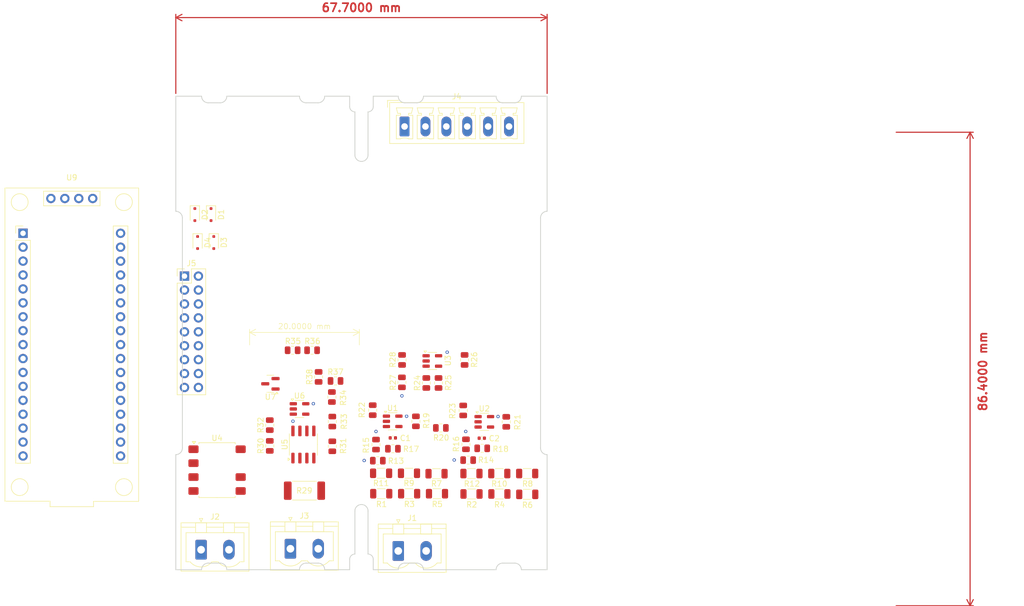
<source format=kicad_pcb>
(kicad_pcb (version 20240108) (generator "pcbnew") (generator_version "8.0")
  (layers (0 "F.Cu" signal) (31 "B.Cu" signal) (34 "B.Paste" user) (35 "F.Paste" user) (36 "B.SilkS" user "B.Silkscreen") (37 "F.SilkS" user "F.Silkscreen") (38 "B.Mask" user) (39 "F.Mask" user) (44 "Edge.Cuts" user))
  (net 0 "")
  (net 1 "Net-(U1-+)")
  (net 2 "Earth")
  (net 3 "Net-(U2-+)")
  (net 4 "Net-(D1-K)")
  (net 5 "Net-(D2-K)")
  (net 6 "/V0_sense")
  (net 7 "/V1_sense")
  (net 8 "/V0_p")
  (net 9 "/V0_n")
  (net 10 "/K_o")
  (net 11 "/K_i")
  (net 12 "/I_n")
  (net 13 "/I_p")
  (net 14 "/A2")
  (net 15 "/DGND")
  (net 16 "/A0")
  (net 17 "/A1")
  (net 18 "/D0")
  (net 19 "/3V3")
  (net 20 "/K1_on")
  (net 21 "/V3_sense")
  (net 22 "/24V")
  (net 23 "/K1_status")
  (net 24 "/K2_status")
  (net 25 "/K0_on")
  (net 26 "/I0_sense")
  (net 27 "/V2_sense")
  (net 28 "/K2_on")
  (net 29 "/CAN_hi")
  (net 30 "/V4_sense")
  (net 31 "/CAN_lo")
  (net 32 "/K0_status")
  (net 33 "Net-(R1-Pad2)")
  (net 34 "Net-(R2-Pad2)")
  (net 35 "Net-(R3-Pad2)")
  (net 36 "Net-(R4-Pad2)")
  (net 37 "Net-(R5-Pad2)")
  (net 38 "Net-(R6-Pad2)")
  (net 39 "Net-(R7-Pad2)")
  (net 40 "Net-(R10-Pad1)")
  (net 41 "Net-(R11-Pad1)")
  (net 42 "Net-(R10-Pad2)")
  (net 43 "/3V0_REF")
  (net 44 "Net-(R19-Pad1)")
  (net 45 "Net-(U1--)")
  (net 46 "Net-(R20-Pad2)")
  (net 47 "Net-(U2--)")
  (net 48 "Net-(U3-+)")
  (net 49 "Net-(U3--)")
  (net 50 "Net-(R26-Pad2)")
  (net 51 "/1V5_REF")
  (net 52 "Net-(U6-+)")
  (net 53 "Net-(U6--)")
  (net 54 "Net-(R33-Pad2)")
  (net 57 "/A5")
  (footprint "Resistor_SMD:R_1206_3216Metric" (layer "F.Cu") (at 182.0125 120.3 180)
    (property "Reference" "R8" (at -0.075 -1.875 360) (layer "F.SilkS"))
    (property "Value" "680K")
    (pad "1" smd roundrect (at -1.4625 0 180) (size 1.125 1.75) (layers "F.Cu" "F.Paste" "F.Mask") (roundrect_rratio 0.222222) (net 38 "Net-(R6-Pad2)"))
    (pad "2" smd roundrect (at 1.4625 0 180) (size 1.125 1.75) (layers "F.Cu" "F.Paste" "F.Mask") (roundrect_rratio 0.222222) (net 40 "Net-(R10-Pad1)"))
  )
  (footprint "Resistor_SMD:R_1206_3216Metric" (layer "F.Cu") (at 160.4875 123.975)
    (property "Reference" "R3" (at 0.05 1.925 360) (layer "F.SilkS"))
    (property "Value" "680K")
    (pad "1" smd roundrect (at -1.4625 0) (size 1.125 1.75) (layers "F.Cu" "F.Paste" "F.Mask") (roundrect_rratio 0.222222) (net 33 "Net-(R1-Pad2)"))
    (pad "2" smd roundrect (at 1.4625 0) (size 1.125 1.75) (layers "F.Cu" "F.Paste" "F.Mask") (roundrect_rratio 0.222222) (net 35 "Net-(R3-Pad2)"))
  )
  (footprint "Resistor_SMD:R_0805_2012Metric" (layer "F.Cu") (at 135.085 115.2525 90)
    (property "Reference" "R30" (at 0 -1.65 90) (layer "F.SilkS"))
    (property "Value" "1KR")
    (pad "1" smd roundrect (at -0.9125 0 90) (size 1.025 1.4) (layers "F.Cu" "F.Paste" "F.Mask") (roundrect_rratio 0.243902) (net 13 "/I_p"))
    (pad "2" smd roundrect (at 0.9125 0 90) (size 1.025 1.4) (layers "F.Cu" "F.Paste" "F.Mask") (roundrect_rratio 0.243902) (net 52 "Net-(U6-+)"))
  )
  (footprint "Resistor_SMD:R_0805_2012Metric" (layer "F.Cu") (at 159.175 103.6625 -90)
    (property "Reference" "R27" (at 0.0375 1.625 90) (layer "F.SilkS"))
    (property "Value" "1K_dnp")
    (pad "1" smd roundrect (at -0.9125 0 270) (size 1.025 1.4) (layers "F.Cu" "F.Paste" "F.Mask") (roundrect_rratio 0.243902) (net 48 "Net-(U3-+)"))
    (pad "2" smd roundrect (at 0.9125 0 270) (size 1.025 1.4) (layers "F.Cu" "F.Paste" "F.Mask") (roundrect_rratio 0.243902) (net 51 "/1V5_REF"))
  )
  (footprint "STM-32:YAAJ_BlackPill_SWD_2" (layer "F.Cu") (at 90.1 76.46)
    (property "Reference" "U9" (at 8.89 -10.16 0) (layer "F.SilkS"))
    (property "Value" "YAAJ_BlackPill" (hide yes))
    (pad "1" thru_hole rect (at 0 0) (size 1.7 1.7) (drill 1) (layers "*.Cu" "*.Mask"))
    (pad "2" thru_hole circle (at 0 2.54) (size 1.7 1.7) (drill 1) (layers "*.Cu" "*.Mask"))
    (pad "3" thru_hole circle (at 0 5.08) (size 1.7 1.7) (drill 1) (layers "*.Cu" "*.Mask"))
    (pad "4" thru_hole circle (at 0 7.62) (size 1.7 1.7) (drill 1) (layers "*.Cu" "*.Mask"))
    (pad "5" thru_hole circle (at 0 10.16) (size 1.7 1.7) (drill 1) (layers "*.Cu" "*.Mask"))
    (pad "6" thru_hole circle (at 0 12.7) (size 1.7 1.7) (drill 1) (layers "*.Cu" "*.Mask"))
    (pad "7" thru_hole circle (at 0 15.24) (size 1.7 1.7) (drill 1) (layers "*.Cu" "*.Mask"))
    (pad "8" thru_hole circle (at 0 17.78) (size 1.7 1.7) (drill 1) (layers "*.Cu" "*.Mask"))
    (pad "9" thru_hole circle (at 0 20.32) (size 1.7 1.7) (drill 1) (layers "*.Cu" "*.Mask"))
    (pad "10" thru_hole circle (at 0 22.86) (size 1.7 1.7) (drill 1) (layers "*.Cu" "*.Mask"))
    (pad "11" thru_hole circle (at 0 25.4) (size 1.7 1.7) (drill 1) (layers "*.Cu" "*.Mask"))
    (pad "12" thru_hole circle (at 0 27.94) (size 1.7 1.7) (drill 1) (layers "*.Cu" "*.Mask"))
    (pad "13" thru_hole circle (at 0 30.48) (size 1.7 1.7) (drill 1) (layers "*.Cu" "*.Mask"))
    (pad "14" thru_hole circle (at 0 33.02) (size 1.7 1.7) (drill 1) (layers "*.Cu" "*.Mask"))
    (pad "15" thru_hole circle (at 0 35.56) (size 1.7 1.7) (drill 1) (layers "*.Cu" "*.Mask"))
    (pad "16" thru_hole circle (at 0 38.1) (size 1.7 1.7) (drill 1) (layers "*.Cu" "*.Mask") (net 19 "/3V3"))
    (pad "17" thru_hole circle (at 0 40.64) (size 1.7 1.7) (drill 1) (layers "*.Cu" "*.Mask") (net 2 "Earth"))
    (pad "18" thru_hole circle (at 17.78 40.64) (size 1.7 1.7) (drill 1) (layers "*.Cu" "*.Mask") (net 2 "Earth"))
    (pad "19" thru_hole circle (at 17.78 38.1) (size 1.7 1.7) (drill 1) (layers "*.Cu" "*.Mask"))
    (pad "20" thru_hole circle (at 17.78 35.56) (size 1.7 1.7) (drill 1) (layers "*.Cu" "*.Mask"))
    (pad "21" thru_hole circle (at 17.78 33.02) (size 1.7 1.7) (drill 1) (layers "*.Cu" "*.Mask"))
    (pad "22" thru_hole circle (at 17.78 30.48) (size 1.7 1.7) (drill 1) (layers "*.Cu" "*.Mask"))
    (pad "23" thru_hole circle (at 17.78 27.94) (size 1.7 1.7) (drill 1) (layers "*.Cu" "*.Mask"))
    (pad "24" thru_hole circle (at 17.78 25.4) (size 1.7 1.7) (drill 1) (layers "*.Cu" "*.Mask"))
    (pad "25" thru_hole circle (at 17.78 22.86) (size 1.7 1.7) (drill 1) (layers "*.Cu" "*.Mask"))
    (pad "26" thru_hole circle (at 17.78 20.32) (size 1.7 1.7) (drill 1) (layers "*.Cu" "*.Mask"))
    (pad "27" thru_hole circle (at 17.78 17.78) (size 1.7 1.7) (drill 1) (layers "*.Cu" "*.Mask"))
    (pad "28" thru_hole circle (at 17.78 15.24) (size 1.7 1.7) (drill 1) (layers "*.Cu" "*.Mask"))
    (pad "29" thru_hole circle (at 17.78 12.7) (size 1.7 1.7) (drill 1) (layers "*.Cu" "*.Mask"))
    (pad "30" thru_hole circle (at 17.78 10.16) (size 1.7 1.7) (drill 1) (layers "*.Cu" "*.Mask"))
    (pad "31" thru_hole circle (at 17.78 7.62) (size 1.7 1.7) (drill 1) (layers "*.Cu" "*.Mask"))
    (pad "32" thru_hole circle (at 17.78 5.08) (size 1.7 1.7) (drill 1) (layers "*.Cu" "*.Mask"))
    (pad "33" thru_hole circle (at 17.78 2.54) (size 1.7 1.7) (drill 1) (layers "*.Cu" "*.Mask"))
    (pad "34" thru_hole circle (at 17.78 0) (size 1.7 1.7) (drill 1) (layers "*.Cu" "*.Mask"))
    (pad "35" thru_hole circle (at 12.7 -6.35) (size 1.7 1.7) (drill 1) (layers "*.Cu" "*.Mask"))
    (pad "36" thru_hole circle (at 10.16 -6.35) (size 1.7 1.7) (drill 1) (layers "*.Cu" "*.Mask"))
    (pad "37" thru_hole circle (at 7.62 -6.35) (size 1.7 1.7) (drill 1) (layers "*.Cu" "*.Mask"))
    (pad "38" thru_hole circle (at 5.08 -6.35) (size 1.7 1.7) (drill 1) (layers "*.Cu" "*.Mask"))
  )
  (footprint "Resistor_SMD:R_0805_2012Metric" (layer "F.Cu") (at 154.45 115.0125 90)
    (property "Reference" "R15" (at -0.1375 -1.8 90) (layer "F.SilkS"))
    (property "Value" "20K")
    (pad "1" smd roundrect (at -0.9125 0 90) (size 1.025 1.4) (layers "F.Cu" "F.Paste" "F.Mask") (roundrect_rratio 0.243902) (net 1 "Net-(U1-+)"))
    (pad "2" smd roundrect (at 0.9125 0 90) (size 1.025 1.4) (layers "F.Cu" "F.Paste" "F.Mask") (roundrect_rratio 0.243902) (net 43 "/3V0_REF"))
  )
  (footprint "Resistor_SMD:R_0805_2012Metric" (layer "F.Cu") (at 153.85 108.7375 90)
    (property "Reference" "R22" (at 0.0375 -1.9625 90) (layer "F.SilkS"))
    (property "Value" "33R2")
    (pad "1" smd roundrect (at -0.9125 0 90) (size 1.025 1.4) (layers "F.Cu" "F.Paste" "F.Mask") (roundrect_rratio 0.243902) (net 44 "Net-(R19-Pad1)"))
    (pad "2" smd roundrect (at 0.9125 0 90) (size 1.025 1.4) (layers "F.Cu" "F.Paste" "F.Mask") (roundrect_rratio 0.243902) (net 16 "/A0"))
  )
  (footprint "Diode_SMD:D_SOD-323F" (layer "F.Cu") (at 124.875 78.15 -90)
    (property "Reference" "D3" (at 0 -1.85 90) (layer "F.SilkS"))
    (property "Value" "PDZ36B")
    (pad "1" smd roundrect (at -1.1 0 270) (size 0.5 0.5) (layers "F.Cu" "F.Paste" "F.Mask") (net 4 "Net-(D1-K)"))
    (pad "2" smd roundrect (at 1.1 0 270) (size 0.5 0.5) (layers "F.Cu" "F.Paste" "F.Mask") (net 6 "/V0_sense"))
  )
  (footprint "Capacitor_SMD:C_0402_1005Metric" (layer "F.Cu") (at 157.52 113.8)
    (property "Reference" "C1" (at 2.28 0.05 360) (layer "F.SilkS"))
    (property "Value" "1nF")
    (pad "1" smd roundrect (at -0.48 0) (size 0.56 0.62) (layers "F.Cu" "F.Paste" "F.Mask") (net 1 "Net-(U1-+)"))
    (pad "2" smd roundrect (at 0.48 0) (size 0.56 0.62) (layers "F.Cu" "F.Paste" "F.Mask") (net 2 "Earth"))
  )
  (footprint "Resistor_SMD:R_0805_2012Metric" (layer "F.Cu") (at 143.985 102.665 90)
    (property "Reference" "R38" (at 0 -1.65 90) (layer "F.SilkS"))
    (property "Value" "0K_dnp")
    (pad "1" smd roundrect (at -0.9125 0 90) (size 1.025 1.4) (layers "F.Cu" "F.Paste" "F.Mask") (roundrect_rratio 0.243902) (net 14 "/A2"))
    (pad "2" smd roundrect (at 0.9125 0 90) (size 1.025 1.4) (layers "F.Cu" "F.Paste" "F.Mask") (roundrect_rratio 0.243902) (net 26 "/I0_sense"))
  )
  (footprint "Resistor_SMD:R_0805_2012Metric" (layer "F.Cu") (at 170.85 114.9625 90)
    (property "Reference" "R16" (at 0.0375 -1.775 90) (layer "F.SilkS"))
    (property "Value" "20K")
    (pad "1" smd roundrect (at -0.9125 0 90) (size 1.025 1.4) (layers "F.Cu" "F.Paste" "F.Mask") (roundrect_rratio 0.243902) (net 3 "Net-(U2-+)"))
    (pad "2" smd roundrect (at 0.9125 0 90) (size 1.025 1.4) (layers "F.Cu" "F.Paste" "F.Mask") (roundrect_rratio 0.243902) (net 43 "/3V0_REF"))
  )
  (footprint "Connector_Phoenix_MSTB:PhoenixContact_MSTBVA_2,5_2-G-5,08_1x02_P5.08mm_Vertical" (layer "F.Cu") (at 122.56 134.1975)
    (property "Reference" "J2" (at 2.54 -6 0) (layer "F.SilkS"))
    (property "Value" "~")
    (pad "1" thru_hole roundrect (at 0 0) (size 2.08 3.6) (drill 1.4) (layers "*.Cu" "*.Mask") (roundrect_rratio 0.120192) (net 11 "/K_i"))
    (pad "2" thru_hole oval (at 5.08 0) (size 2.08 3.6) (drill 1.4) (layers "*.Cu" "*.Mask") (net 10 "/K_o"))
  )
  (footprint "Resistor_SMD:R_0805_2012Metric" (layer "F.Cu") (at 170.6 99.5675 90)
    (property "Reference" "R26" (at 0.0375 1.775 90) (layer "F.SilkS"))
    (property "Value" "1K_dnp")
    (pad "1" smd roundrect (at -0.9125 0 90) (size 1.025 1.4) (layers "F.Cu" "F.Paste" "F.Mask") (roundrect_rratio 0.243902) (net 49 "Net-(U3--)"))
    (pad "2" smd roundrect (at 0.9125 0 90) (size 1.025 1.4) (layers "F.Cu" "F.Paste" "F.Mask") (roundrect_rratio 0.243902) (net 50 "Net-(R26-Pad2)"))
  )
  (footprint "Resistor_SMD:R_0805_2012Metric" (layer "F.Cu") (at 163.625 103.775 90)
    (property "Reference" "R24" (at 0 -1.65 90) (layer "F.SilkS"))
    (property "Value" "1K_dnp")
    (pad "1" smd roundrect (at -0.9125 0 90) (size 1.025 1.4) (layers "F.Cu" "F.Paste" "F.Mask") (roundrect_rratio 0.243902) (net 44 "Net-(R19-Pad1)"))
    (pad "2" smd roundrect (at 0.9125 0 90) (size 1.025 1.4) (layers "F.Cu" "F.Paste" "F.Mask") (roundrect_rratio 0.243902) (net 48 "Net-(U3-+)"))
  )
  (footprint "Package_TO_SOT_SMD:SOT-23" (layer "F.Cu") (at 135.1975 103.9275 180)
    (property "Reference" "U7" (at 0 -2.4 360) (layer "F.SilkS"))
    (property "Value" "REF3030")
    (pad "1" smd roundrect (at -0.9375 -0.95 180) (size 1.475 0.6) (layers "F.Cu" "F.Paste" "F.Mask") (net 19 "/3V3"))
    (pad "2" smd roundrect (at -0.9375 0.95 180) (size 1.475 0.6) (layers "F.Cu" "F.Paste" "F.Mask") (net 43 "/3V0_REF"))
    (pad "3" smd roundrect (at 0.9375 0 180) (size 1.475 0.6) (layers "F.Cu" "F.Paste" "F.Mask") (net 2 "Earth"))
  )
  (footprint "Package_TO_SOT_SMD:TSOT-23-5" (layer "F.Cu") (at 164.725 99.7625)
    (property "Reference" "U3" (at 2.85 -0.0625 90) (layer "F.SilkS"))
    (property "Value" "AD8538_dnp")
    (pad "1" smd roundrect (at -1.1375 -0.95) (size 1.325 0.6) (layers "F.Cu" "F.Paste" "F.Mask") (net 50 "Net-(R26-Pad2)"))
    (pad "2" smd roundrect (at -1.1375 0) (size 1.325 0.6) (layers "F.Cu" "F.Paste" "F.Mask") (net 2 "Earth"))
    (pad "3" smd roundrect (at -1.1375 0.95) (size 1.325 0.6) (layers "F.Cu" "F.Paste" "F.Mask") (net 48 "Net-(U3-+)"))
    (pad "4" smd roundrect (at 1.1375 0.95) (size 1.325 0.6) (layers "F.Cu" "F.Paste" "F.Mask") (net 49 "Net-(U3--)"))
    (pad "5" smd roundrect (at 1.1375 -0.95) (size 1.325 0.6) (layers "F.Cu" "F.Paste" "F.Mask") (net 19 "/3V3"))
  )
  (footprint "Resistor_SMD:R_0805_2012Metric" (layer "F.Cu") (at 146.485 115.3275 -90)
    (property "Reference" "R31" (at -0.075 -2 90) (layer "F.SilkS"))
    (property "Value" "1KR")
    (pad "1" smd roundrect (at -0.9125 0 270) (size 1.025 1.4) (layers "F.Cu" "F.Paste" "F.Mask") (roundrect_rratio 0.243902) (net 53 "Net-(U6--)"))
    (pad "2" smd roundrect (at 0.9125 0 270) (size 1.025 1.4) (layers "F.Cu" "F.Paste" "F.Mask") (roundrect_rratio 0.243902) (net 12 "/I_n"))
  )
  (footprint "Resistor_SMD:R_1206_3216Metric" (layer "F.Cu") (at 165.486364 120.325 180)
    (property "Reference" "R7" (at 0 -1.82 360) (layer "F.SilkS"))
    (property "Value" "680K")
    (pad "1" smd roundrect (at -1.4625 0 180) (size 1.125 1.75) (layers "F.Cu" "F.Paste" "F.Mask") (roundrect_rratio 0.222222) (net 37 "Net-(R5-Pad2)"))
    (pad "2" smd roundrect (at 1.4625 0 180) (size 1.125 1.75) (layers "F.Cu" "F.Paste" "F.Mask") (roundrect_rratio 0.222222) (net 39 "Net-(R7-Pad2)"))
  )
  (footprint "Package_SO:SOIC-8_3.9x4.9mm_P1.27mm" (layer "F.Cu") (at 141.21 115.0025 90)
    (property "Reference" "U5" (at 0 -3.4 90) (layer "F.SilkS"))
    (property "Value" "ACS711xLCTR-25AB")
    (pad "1" smd roundrect (at -2.475 -1.905 90) (size 1.95 0.6) (layers "F.Cu" "F.Paste" "F.Mask") (net 13 "/I_p"))
    (pad "2" smd roundrect (at -2.475 -0.635 90) (size 1.95 0.6) (layers "F.Cu" "F.Paste" "F.Mask") (net 13 "/I_p"))
    (pad "3" smd roundrect (at -2.475 0.635 90) (size 1.95 0.6) (layers "F.Cu" "F.Paste" "F.Mask") (net 12 "/I_n"))
    (pad "4" smd roundrect (at -2.475 1.905 90) (size 1.95 0.6) (layers "F.Cu" "F.Paste" "F.Mask") (net 12 "/I_n"))
    (pad "5" smd roundrect (at 2.475 1.905 90) (size 1.95 0.6) (layers "F.Cu" "F.Paste" "F.Mask") (net 2 "Earth"))
    (pad "6" smd roundrect (at 2.475 0.635 90) (size 1.95 0.6) (layers "F.Cu" "F.Paste" "F.Mask"))
    (pad "7" smd roundrect (at 2.475 -0.635 90) (size 1.95 0.6) (layers "F.Cu" "F.Paste" "F.Mask") (net 57 "/A5"))
    (pad "8" smd roundrect (at 2.475 -1.905 90) (size 1.95 0.6) (layers "F.Cu" "F.Paste" "F.Mask") (net 19 "/3V3"))
  )
  (footprint "Resistor_SMD:R_0805_2012Metric" (layer "F.Cu") (at 135.085 111.465 90)
    (property "Reference" "R32" (at 0 -1.65 90) (layer "F.SilkS"))
    (property "Value" "1KR")
    (pad "1" smd roundrect (at -0.9125 0 90) (size 1.025 1.4) (layers "F.Cu" "F.Paste" "F.Mask") (roundrect_rratio 0.243902) (net 52 "Net-(U6-+)"))
    (pad "2" smd roundrect (at 0.9125 0 90) (size 1.025 1.4) (layers "F.Cu" "F.Paste" "F.Mask") (roundrect_rratio 0.243902) (net 2 "Earth"))
  )
  (footprint "Resistor_SMD:R_0805_2012Metric" (layer "F.Cu") (at 159.2 99.5675 -90)
    (property "Reference" "R28" (at -0.0375 1.7 90) (layer "F.SilkS"))
    (property "Value" "1K_dnp")
    (pad "1" smd roundrect (at -0.9125 0 270) (size 1.025 1.4) (layers "F.Cu" "F.Paste" "F.Mask") (roundrect_rratio 0.243902) (net 50 "Net-(R26-Pad2)"))
    (pad "2" smd roundrect (at 0.9125 0 270) (size 1.025 1.4) (layers "F.Cu" "F.Paste" "F.Mask") (roundrect_rratio 0.243902) (net 16 "/A0"))
  )
  (footprint "Resistor_SMD:R_0805_2012Metric" (layer "F.Cu") (at 161.725 110.775 -90)
    (property "Reference" "R19" (at -0.1125 -1.9125 90) (layer "F.SilkS"))
    (property "Value" "0K")
    (pad "1" smd roundrect (at -0.9125 0 270) (size 1.025 1.4) (layers "F.Cu" "F.Paste" "F.Mask") (roundrect_rratio 0.243902) (net 44 "Net-(R19-Pad1)"))
    (pad "2" smd roundrect (at 0.9125 0 270) (size 1.025 1.4) (layers "F.Cu" "F.Paste" "F.Mask") (roundrect_rratio 0.243902) (net 45 "Net-(U1--)"))
  )
  (footprint "Resistor_SMD:R_0805_2012Metric" (layer "F.Cu") (at 178.2 110.8625 -90)
    (property "Reference" "R21" (at 0.0625 -2.05 90) (layer "F.SilkS"))
    (property "Value" "0K")
    (pad "1" smd roundrect (at -0.9125 0 270) (size 1.025 1.4) (layers "F.Cu" "F.Paste" "F.Mask") (roundrect_rratio 0.243902) (net 46 "Net-(R20-Pad2)"))
    (pad "2" smd roundrect (at 0.9125 0 270) (size 1.025 1.4) (layers "F.Cu" "F.Paste" "F.Mask") (roundrect_rratio 0.243902) (net 47 "Net-(U2--)"))
  )
  (footprint "Resistor_SMD:R_0805_2012Metric" (layer "F.Cu") (at 166.275 111.975)
    (property "Reference" "R20" (at 0.0625 1.8 360) (layer "F.SilkS"))
    (property "Value" "1K_dnp")
    (pad "1" smd roundrect (at -0.9125 0) (size 1.025 1.4) (layers "F.Cu" "F.Paste" "F.Mask") (roundrect_rratio 0.243902) (net 45 "Net-(U1--)"))
    (pad "2" smd roundrect (at 0.9125 0) (size 1.025 1.4) (layers "F.Cu" "F.Paste" "F.Mask") (roundrect_rratio 0.243902) (net 46 "Net-(R20-Pad2)"))
  )
  (footprint "Package_SO:SSO-7-8_6.4x9.78mm_P2.54mm" (layer "F.Cu") (at 125.475 119.675)
    (property "Reference" "U4" (at 0 -5.84 360) (layer "F.SilkS"))
    (property "Value" "AQH3223A")
    (pad "1" smd roundrect (at -4.3 -3.81) (size 1.85 1.4) (layers "F.Cu" "F.Paste" "F.Mask") (roundrect_rratio 0.178571) (net 2 "Earth"))
    (pad "2" smd roundrect (at -4.3 -1.27) (size 1.85 1.4) (layers "F.Cu" "F.Paste" "F.Mask") (roundrect_rratio 0.178571) (net 18 "/D0"))
    (pad "3" smd roundrect (at -4.3 1.27) (size 1.85 1.4) (layers "F.Cu" "F.Paste" "F.Mask") (roundrect_rratio 0.178571) (net 2 "Earth"))
    (pad "4" smd roundrect (at -4.3 3.81) (size 1.85 1.4) (layers "F.Cu" "F.Paste" "F.Mask") (roundrect_rratio 0.178571) (net 2 "Earth"))
    (pad "5" smd roundrect (at 4.3 3.81) (size 1.85 1.4) (layers "F.Cu" "F.Paste" "F.Mask") (roundrect_rratio 0.178571))
    (pad "6" smd roundrect (at 4.3 1.27) (size 1.85 1.4) (layers "F.Cu" "F.Paste" "F.Mask") (roundrect_rratio 0.178571) (net 10 "/K_o"))
    (pad "8" smd roundrect (at 4.3 -3.81) (size 1.85 1.4) (layers "F.Cu" "F.Paste" "F.Mask") (roundrect_rratio 0.178571) (net 11 "/K_i"))
  )
  (footprint "Diode_SMD:D_SOD-323F" (layer "F.Cu") (at 121.925 78.15 -90)
    (property "Reference" "D4" (at 0 -1.85 90) (layer "F.SilkS"))
    (property "Value" "PDZ36B")
    (pad "1" smd roundrect (at -1.1 0 270) (size 0.5 0.5) (layers "F.Cu" "F.Paste" "F.Mask") (net 5 "Net-(D2-K)"))
    (pad "2" smd roundrect (at 1.1 0 270) (size 0.5 0.5) (layers "F.Cu" "F.Paste" "F.Mask") (net 7 "/V1_sense"))
  )
  (footprint "Resistor_SMD:R_1206_3216Metric" (layer "F.Cu") (at 182.025 124.1)
    (property "Reference" "R6" (at 0.0375 1.95 360) (layer "F.SilkS"))
    (property "Value" "680K")
    (pad "1" smd roundrect (at -1.4625 0) (size 1.125 1.75) (layers "F.Cu" "F.Paste" "F.Mask") (roundrect_rratio 0.222222) (net 36 "Net-(R4-Pad2)"))
    (pad "2" smd roundrect (at 1.4625 0) (size 1.125 1.75) (layers "F.Cu" "F.Paste" "F.Mask") (roundrect_rratio 0.222222) (net 38 "Net-(R6-Pad2)"))
  )
  (footprint "Resistor_SMD:R_0805_2012Metric" (layer "F.Cu") (at 147.0725 103.4025)
    (property "Reference" "R37" (at 0 -1.65 360) (layer "F.SilkS"))
    (property "Value" "1KR")
    (pad "1" smd roundrect (at -0.9125 0) (size 1.025 1.4) (layers "F.Cu" "F.Paste" "F.Mask") (roundrect_rratio 0.243902) (net 14 "/A2"))
    (pad "2" smd roundrect (at 0.9125 0) (size 1.025 1.4) (layers "F.Cu" "F.Paste" "F.Mask") (roundrect_rratio 0.243902) (net 51 "/1V5_REF"))
  )
  (footprint "Connector_Phoenix_MC:PhoenixContact_MCV_1,5_6-G-3.81_1x06_P3.81mm_Vertical" (layer "F.Cu") (at 159.655 56.975)
    (property "Reference" "J4" (at 9.52 -5.45 0) (layer "F.SilkS"))
    (property "Value" "MCV 1,5/ 6-G-3,81")
    (pad "1" thru_hole roundrect (at 0 0) (size 1.8 3.6) (drill 1.2) (layers "*.Cu" "*.Mask") (roundrect_rratio 0.138889) (net 15 "/DGND"))
    (pad "2" thru_hole oval (at 3.81 0) (size 1.8 3.6) (drill 1.2) (layers "*.Cu" "*.Mask") (net 19 "/3V3"))
    (pad "3" thru_hole oval (at 7.62 0) (size 1.8 3.6) (drill 1.2) (layers "*.Cu" "*.Mask") (net 16 "/A0"))
    (pad "4" thru_hole oval (at 11.43 0) (size 1.8 3.6) (drill 1.2) (layers "*.Cu" "*.Mask") (net 17 "/A1"))
    (pad "5" thru_hole oval (at 15.24 0) (size 1.8 3.6) (drill 1.2) (layers "*.Cu" "*.Mask") (net 14 "/A2"))
    (pad "6" thru_hole oval (at 19.05 0) (size 1.8 3.6) (drill 1.2) (layers "*.Cu" "*.Mask") (net 18 "/D0"))
  )
  (footprint "Resistor_SMD:R_0805_2012Metric" (layer "F.Cu") (at 171.25 117.85)
    (property "Reference" "R14" (at 3.2625 -0.025 360) (layer "F.SilkS"))
    (property "Value" "499K")
    (pad "1" smd roundrect (at -0.9125 0) (size 1.025 1.4) (layers "F.Cu" "F.Paste" "F.Mask") (roundrect_rratio 0.243902) (net 7 "/V1_sense"))
    (pad "2" smd roundrect (at 0.9125 0) (size 1.025 1.4) (layers "F.Cu" "F.Paste" "F.Mask") (roundrect_rratio 0.243902) (net 3 "Net-(U2-+)"))
  )
  (footprint "Resistor_SMD:R_0805_2012Metric" (layer "F.Cu") (at 146.485 110.815 90)
    (property "Reference" "R33" (at -0.0125 2.15 90) (layer "F.SilkS"))
    (property "Value" "1KR")
    (pad "1" smd roundrect (at -0.9125 0 90) (size 1.025 1.4) (layers "F.Cu" "F.Paste" "F.Mask") (roundrect_rratio 0.243902) (net 53 "Net-(U6--)"))
    (pad "2" smd roundrect (at 0.9125 0 90) (size 1.025 1.4) (layers "F.Cu" "F.Paste" "F.Mask") (roundrect_rratio 0.243902) (net 54 "Net-(R33-Pad2)"))
  )
  (footprint "Resistor_SMD:R_1206_3216Metric" (layer "F.Cu") (at 171.85 120.3 180)
    (property "Reference" "R12" (at -0.0875 -1.875 360) (layer "F.SilkS"))
    (property "Value" "680K")
    (pad "1" smd roundrect (at -1.4625 0 180) (size 1.125 1.75) (layers "F.Cu" "F.Paste" "F.Mask") (roundrect_rratio 0.222222) (net 42 "Net-(R10-Pad2)"))
    (pad "2" smd roundrect (at 1.4625 0 180) (size 1.125 1.75) (layers "F.Cu" "F.Paste" "F.Mask") (roundrect_rratio 0.222222) (net 7 "/V1_sense"))
  )
  (footprint "Diode_SMD:D_SOD-323F" (layer "F.Cu") (at 121.425 73.05 -90)
    (property "Reference" "D2" (at 0 -1.85 90) (layer "F.SilkS"))
    (property "Value" "PDZ36B")
    (pad "1" smd roundrect (at -1.1 0 270) (size 0.5 0.5) (layers "F.Cu" "F.Paste" "F.Mask") (net 5 "Net-(D2-K)"))
    (pad "2" smd roundrect (at 1.1 0 270) (size 0.5 0.5) (layers "F.Cu" "F.Paste" "F.Mask") (net 2 "Earth"))
  )
  (footprint "Resistor_SMD:R_0805_2012Metric" (layer "F.Cu") (at 157.530682 115.775 180)
    (property "Reference" "R17" (at -3.319318 -0.05 360) (layer "F.SilkS"))
    (property "Value" "20K")
    (pad "1" smd roundrect (at -0.9125 0 180) (size 1.025 1.4) (layers "F.Cu" "F.Paste" "F.Mask") (roundrect_rratio 0.243902) (net 2 "Earth"))
    (pad "2" smd roundrect (at 0.9125 0 180) (size 1.025 1.4) (layers "F.Cu" "F.Paste" "F.Mask") (roundrect_rratio 0.243902) (net 1 "Net-(U1-+)"))
  )
  (footprint "Resistor_SMD:R_0805_2012Metric" (layer "F.Cu") (at 154.780682 117.95)
    (property "Reference" "R13" (at 3.3125 0.05 360) (layer "F.SilkS"))
    (property "Value" "499K")
    (pad "1" smd roundrect (at -0.9125 0) (size 1.025 1.4) (layers "F.Cu" "F.Paste" "F.Mask") (roundrect_rratio 0.243902) (net 6 "/V0_sense"))
    (pad "2" smd roundrect (at 0.9125 0) (size 1.025 1.4) (layers "F.Cu" "F.Paste" "F.Mask") (roundrect_rratio 0.243902) (net 1 "Net-(U1-+)"))
  )
  (footprint "Package_TO_SOT_SMD:TSOT-23-5" (layer "F.Cu") (at 174.2 110.8625)
    (property "Reference" "U2" (at 0 -2.4 360) (layer "F.SilkS"))
    (property "Value" "AD8538")
    (pad "1" smd roundrect (at -1.1375 -0.95) (size 1.325 0.6) (layers "F.Cu" "F.Paste" "F.Mask") (net 46 "Net-(R20-Pad2)"))
    (pad "2" smd roundrect (at -1.1375 0) (size 1.325 0.6) (layers "F.Cu" "F.Paste" "F.Mask") (net 2 "Earth"))
    (pad "3" smd roundrect (at -1.1375 0.95) (size 1.325 0.6) (layers "F.Cu" "F.Paste" "F.Mask") (net 3 "Net-(U2-+)"))
    (pad "4" smd roundrect (at 1.1375 0.95) (size 1.325 0.6) (layers "F.Cu" "F.Paste" "F.Mask") (net 47 "Net-(U2--)"))
    (pad "5" smd roundrect (at 1.1375 -0.95) (size 1.325 0.6) (layers "F.Cu" "F.Paste" "F.Mask") (net 19 "/3V3"))
  )
  (footprint "Resistor_SMD:R_0805_2012Metric" (layer "F.Cu") (at 139.2475 97.8025 180)
    (property "Reference" "R35" (at -0.0625 1.65 360) (layer "F.SilkS"))
    (property "Value" "20K")
    (pad "1" smd roundrect (at -0.9125 0 180) (size 1.025 1.4) (layers "F.Cu" "F.Paste" "F.Mask") (roundrect_rratio 0.243902) (net 51 "/1V5_REF"))
    (pad "2" smd roundrect (at 0.9125 0 180) (size 1.025 1.4) (layers "F.Cu" "F.Paste" "F.Mask") (roundrect_rratio 0.243902) (net 43 "/3V0_REF"))
  )
  (footprint "Connector_Phoenix_MSTB:PhoenixContact_MSTBVA_2,5_2-G-5,08_1x02_P5.08mm_Vertical" (layer "F.Cu") (at 158.51 134.4225)
    (property "Reference" "J1" (at 2.54 -6 0) (layer "F.SilkS"))
    (property "Value" "~")
    (pad "1" thru_hole roundrect (at 0 0) (size 2.08 3.6) (drill 1.4) (layers "*.Cu" "*.Mask") (roundrect_rratio 0.120192) (net 8 "/V0_p"))
    (pad "2" thru_hole oval (at 5.08 0) (size 2.08 3.6) (drill 1.4) (layers "*.Cu" "*.Mask") (net 9 "/V0_n"))
  )
  (footprint "Resistor_SMD:R_0805_2012Metric" (layer "F.Cu") (at 146.41 106.34 90)
    (property "Reference" "R34" (at -0.1375 2.075 90) (layer "F.SilkS"))
    (property "Value" "1KR")
    (pad "1" smd roundrect (at -0.9125 0 90) (size 1.025 1.4) (layers "F.Cu" "F.Paste" "F.Mask") (roundrect_rratio 0.243902) (net 54 "Net-(R33-Pad2)"))
    (pad "2" smd roundrect (at 0.9125 0 90) (size 1.025 1.4) (layers "F.Cu" "F.Paste" "F.Mask") (roundrect_rratio 0.243902) (net 14 "/A2"))
  )
  (footprint "Resistor_SMD:R_2512_6332Metric_Pad1.40x3.35mm_HandSolder" (layer "F.Cu") (at 141.41 123.4275)
    (property "Reference" "R29" (at -0.025 0 360) (layer "F.SilkS"))
    (property "Value" "0R005")
    (pad "1" smd roundrect (at -3.05 0) (size 1.4 3.35) (layers "F.Cu" "F.Paste" "F.Mask") (roundrect_rratio 0.178571) (net 13 "/I_p"))
    (pad "2" smd roundrect (at 3.05 0) (size 1.4 3.35) (layers "F.Cu" "F.Paste" "F.Mask") (roundrect_rratio 0.178571) (net 12 "/I_n"))
  )
  (footprint "Resistor_SMD:R_1206_3216Metric" (layer "F.Cu") (at 176.925 120.3 180)
    (property "Reference" "R10" (at -0.0125 -1.875 360) (layer "F.SilkS"))
    (property "Value" "680K")
    (pad "1" smd roundrect (at -1.4625 0 180) (size 1.125 1.75) (layers "F.Cu" "F.Paste" "F.Mask") (roundrect_rratio 0.222222) (net 40 "Net-(R10-Pad1)"))
    (pad "2" smd roundrect (at 1.4625 0 180) (size 1.125 1.75) (layers "F.Cu" "F.Paste" "F.Mask") (roundrect_rratio 0.222222) (net 42 "Net-(R10-Pad2)"))
  )
  (footprint "Resistor_SMD:R_0805_2012Metric" (layer "F.Cu") (at 170.35 108.7875 90)
    (property "Reference" "R23" (at -0.0875 -1.95 90) (layer "F.SilkS"))
    (property "Value" "33R2")
    (pad "1" smd roundrect (at -0.9125 0 90) (size 1.025 1.4) (layers "F.Cu" "F.Paste" "F.Mask") (roundrect_rratio 0.243902) (net 46 "Net-(R20-Pad2)"))
    (pad "2" smd roundrect (at 0.9125 0 90) (size 1.025 1.4) (layers "F.Cu" "F.Paste" "F.Mask") (roundrect_rratio 0.243902) (net 17 "/A1"))
  )
  (footprint "Resistor_SMD:R_1206_3216Metric" (layer "F.Cu") (at 176.944318 124.025)
    (property "Reference" "R4" (at 0.0375 1.95 360) (layer "F.SilkS"))
    (property "Value" "680K")
    (pad "1" smd roundrect (at -1.4625 0) (size 1.125 1.75) (layers "F.Cu" "F.Paste" "F.Mask") (roundrect_rratio 0.222222) (net 34 "Net-(R2-Pad2)"))
    (pad "2" smd roundrect (at 1.4625 0) (size 1.125 1.75) (layers "F.Cu" "F.Paste" "F.Mask") (roundrect_rratio 0.222222) (net 36 "Net-(R4-Pad2)"))
  )
  (footprint "Connector_PinHeader_2.54mm:PinHeader_2x09_P2.54mm_Vertical" (layer "F.Cu") (at 119.535 84.28)
    (property "Reference" "J5" (at 1.27 -2.33 0) (layer "F.SilkS"))
    (property "Value" "HBUS16")
    (pad "1" thru_hole rect (at 0 0) (size 1.7 1.7) (drill 1) (layers "*.Cu" "*.Mask") (net 6 "/V0_sense"))
    (pad "2" thru_hole oval (at 2.54 0) (size 1.7 1.7) (drill 1) (layers "*.Cu" "*.Mask") (net 27 "/V2_sense"))
    (pad "3" thru_hole oval (at 0 2.54) (size 1.7 1.7) (drill 1) (layers "*.Cu" "*.Mask") (net 7 "/V1_sense"))
    (pad "4" thru_hole oval (at 2.54 2.54) (size 1.7 1.7) (drill 1) (layers "*.Cu" "*.Mask") (net 21 "/V3_sense"))
    (pad "5" thru_hole oval (at 0 5.08) (size 1.7 1.7) (drill 1) (layers "*.Cu" "*.Mask") (net 25 "/K0_on"))
    (pad "6" thru_hole oval (at 2.54 5.08) (size 1.7 1.7) (drill 1) (layers "*.Cu" "*.Mask") (net 30 "/V4_sense"))
    (pad "7" thru_hole oval (at 0 7.62) (size 1.7 1.7) (drill 1) (layers "*.Cu" "*.Mask") (net 32 "/K0_status"))
    (pad "8" thru_hole oval (at 2.54 7.62) (size 1.7 1.7) (drill 1) (layers "*.Cu" "*.Mask") (net 26 "/I0_sense"))
    (pad "9" thru_hole oval (at 0 10.16) (size 1.7 1.7) (drill 1) (layers "*.Cu" "*.Mask") (net 29 "/CAN_hi"))
    (pad "10" thru_hole oval (at 2.54 10.16) (size 1.7 1.7) (drill 1) (layers "*.Cu" "*.Mask") (net 20 "/K1_on"))
    (pad "11" thru_hole oval (at 0 12.7) (size 1.7 1.7) (drill 1) (layers "*.Cu" "*.Mask") (net 31 "/CAN_lo"))
    (pad "12" thru_hole oval (at 2.54 12.7) (size 1.7 1.7) (drill 1) (layers "*.Cu" "*.Mask") (net 23 "/K1_status"))
    (pad "13" thru_hole oval (at 0 15.24) (size 1.7 1.7) (drill 1) (layers "*.Cu" "*.Mask") (net 22 "/24V"))
    (pad "14" thru_hole oval (at 2.54 15.24) (size 1.7 1.7) (drill 1) (layers "*.Cu" "*.Mask") (net 28 "/K2_on"))
    (pad "15" thru_hole oval (at 0 17.78) (size 1.7 1.7) (drill 1) (layers "*.Cu" "*.Mask") (net 15 "/DGND"))
    (pad "16" thru_hole oval (at 2.54 17.78) (size 1.7 1.7) (drill 1) (layers "*.Cu" "*.Mask") (net 24 "/K2_status"))
    (pad "17" thru_hole oval (at 0 20.32) (size 1.7 1.7) (drill 1) (layers "*.Cu" "*.Mask"))
    (pad "18" thru_hole oval (at 2.54 20.32) (size 1.7 1.7) (drill 1) (layers "*.Cu" "*.Mask"))
  )
  (footprint "Package_TO_SOT_SMD:TSOT-23-5" (layer "F.Cu") (at 140.51 108.515)
    (property "Reference" "U6" (at 0 -2.4 360) (layer "F.SilkS"))
    (property "Value" "AD8538_dnp")
    (pad "1" smd roundrect (at -1.1375 -0.95) (size 1.325 0.6) (layers "F.Cu" "F.Paste" "F.Mask") (net 54 "Net-(R33-Pad2)"))
    (pad "2" smd roundrect (at -1.1375 0) (size 1.325 0.6) (layers "F.Cu" "F.Paste" "F.Mask") (net 2 "Earth"))
    (pad "3" smd roundrect (at -1.1375 0.95) (size 1.325 0.6) (layers "F.Cu" "F.Paste" "F.Mask") (net 52 "Net-(U6-+)"))
    (pad "4" smd roundrect (at 1.1375 0.95) (size 1.325 0.6) (layers "F.Cu" "F.Paste" "F.Mask") (net 53 "Net-(U6--)"))
    (pad "5" smd roundrect (at 1.1375 -0.95) (size 1.325 0.6) (layers "F.Cu" "F.Paste" "F.Mask") (net 19 "/3V3"))
  )
  (footprint "Capacitor_SMD:C_0402_1005Metric" (layer "F.Cu") (at 173.7375 113.85)
    (property "Reference" "C2" (at 2.275 0.05 360) (layer "F.SilkS"))
    (property "Value" "1nF")
    (pad "1" smd roundrect (at -0.48 0) (size 0.56 0.62) (layers "F.Cu" "F.Paste" "F.Mask") (net 3 "Net-(U2-+)"))
    (pad "2" smd roundrect (at 0.48 0) (size 0.56 0.62) (layers "F.Cu" "F.Paste" "F.Mask") (net 2 "Earth"))
  )
  (footprint "Resistor_SMD:R_0805_2012Metric" (layer "F.Cu") (at 142.7975 97.8025 180)
    (property "Reference" "R36" (at -0.0625 1.65 360) (layer "F.SilkS"))
    (property "Value" "20K")
    (pad "1" smd roundrect (at -0.9125 0 180) (size 1.025 1.4) (layers "F.Cu" "F.Paste" "F.Mask") (roundrect_rratio 0.243902) (net 2 "Earth"))
    (pad "2" smd roundrect (at 0.9125 0 180) (size 1.025 1.4) (layers "F.Cu" "F.Paste" "F.Mask") (roundrect_rratio 0.243902) (net 51 "/1V5_REF"))
  )
  (footprint "Resistor_SMD:R_0805_2012Metric" (layer "F.Cu") (at 165.85 103.775 90)
    (property "Reference" "R25" (at 0.0375 1.8 90) (layer "F.SilkS"))
    (property "Value" "1K_dnp")
    (pad "1" smd roundrect (at -0.9125 0 90) (size 1.025 1.4) (layers "F.Cu" "F.Paste" "F.Mask") (roundrect_rratio 0.243902) (net 46 "Net-(R20-Pad2)"))
    (pad "2" smd roundrect (at 0.9125 0 90) (size 1.025 1.4) (layers "F.Cu" "F.Paste" "F.Mask") (roundrect_rratio 0.243902) (net 49 "Net-(U3--)"))
  )
  (footprint "Resistor_SMD:R_1206_3216Metric" (layer "F.Cu") (at 155.380682 120.25 180)
    (property "Reference" "R11" (at 0 -1.82 360) (layer "F.SilkS"))
    (property "Value" "680K")
    (pad "1" smd roundrect (at -1.4625 0 180) (size 1.125 1.75) (layers "F.Cu" "F.Paste" "F.Mask") (roundrect_rratio 0.222222) (net 41 "Net-(R11-Pad1)"))
    (pad "2" smd roundrect (at 1.4625 0 180) (size 1.125 1.75) (layers "F.Cu" "F.Paste" "F.Mask") (roundrect_rratio 0.222222) (net 6 "/V0_sense"))
  )
  (footprint "Diode_SMD:D_SOD-323F" (layer "F.Cu") (at 124.375 73.05 -90)
    (property "Reference" "D1" (at 0 -1.85 90) (layer "F.SilkS"))
    (property "Value" "PDZ36B")
    (pad "1" smd roundrect (at -1.1 0 270) (size 0.5 0.5) (layers "F.Cu" "F.Paste" "F.Mask") (net 4 "Net-(D1-K)"))
    (pad "2" smd roundrect (at 1.1 0 270) (size 0.5 0.5) (layers "F.Cu" "F.Paste" "F.Mask") (net 2 "Earth"))
  )
  (footprint "Package_TO_SOT_SMD:TSOT-23-5" (layer "F.Cu") (at 157.4875 110.775)
    (property "Reference" "U1" (at 0 -2.4 360) (layer "F.SilkS"))
    (property "Value" "~")
    (pad "1" smd roundrect (at -1.1375 -0.95) (size 1.325 0.6) (layers "F.Cu" "F.Paste" "F.Mask") (net 44 "Net-(R19-Pad1)"))
    (pad "2" smd roundrect (at -1.1375 0) (size 1.325 0.6) (layers "F.Cu" "F.Paste" "F.Mask") (net 2 "Earth"))
    (pad "3" smd roundrect (at -1.1375 0.95) (size 1.325 0.6) (layers "F.Cu" "F.Paste" "F.Mask") (net 1 "Net-(U1-+)"))
    (pad "4" smd roundrect (at 1.1375 0.95) (size 1.325 0.6) (layers "F.Cu" "F.Paste" "F.Mask") (net 45 "Net-(U1--)"))
    (pad "5" smd roundrect (at 1.1375 -0.95) (size 1.325 0.6) (layers "F.Cu" "F.Paste" "F.Mask") (net 19 "/3V3"))
  )
  (footprint "Resistor_SMD:R_1206_3216Metric" (layer "F.Cu") (at 171.8625 124.025)
    (property "Reference" "R2" (at 0.0375 1.95 360) (layer "F.SilkS"))
    (property "Value" "680K")
    (pad "1" smd roundrect (at -1.4625 0) (size 1.125 1.75) (layers "F.Cu" "F.Paste" "F.Mask") (roundrect_rratio 0.222222) (net 9 "/V0_n"))
    (pad "2" smd roundrect (at 1.4625 0) (size 1.125 1.75) (layers "F.Cu" "F.Paste" "F.Mask") (roundrect_rratio 0.222222) (net 34 "Net-(R2-Pad2)"))
  )
  (footprint "Resistor_SMD:R_1206_3216Metric" (layer "F.Cu") (at 160.4625 120.25 180)
    (property "Reference" "R9" (at 0 -1.82 360) (layer "F.SilkS"))
    (property "Value" "680K")
    (pad "1" smd roundrect (at -1.4625 0 180) (size 1.125 1.75) (layers "F.Cu" "F.Paste" "F.Mask") (roundrect_rratio 0.222222) (net 39 "Net-(R7-Pad2)"))
    (pad "2" smd roundrect (at 1.4625 0 180) (size 1.125 1.75) (layers "F.Cu" "F.Paste" "F.Mask") (roundrect_rratio 0.222222) (net 41 "Net-(R11-Pad1)"))
  )
  (footprint "Resistor_SMD:R_0805_2012Metric" (layer "F.Cu") (at 173.8125 115.7 180)
    (property "Reference" "R18" (at -3.3625 -0.125 360) (layer "F.SilkS"))
    (property "Value" "20K")
    (pad "1" smd roundrect (at -0.9125 0 180) (size 1.025 1.4) (layers "F.Cu" "F.Paste" "F.Mask") (roundrect_rratio 0.243902) (net 2 "Earth"))
    (pad "2" smd roundrect (at 0.9125 0 180) (size 1.025 1.4) (layers "F.Cu" "F.Paste" "F.Mask") (roundrect_rratio 0.243902) (net 3 "Net-(U2-+)"))
  )
  (footprint "Resistor_SMD:R_1206_3216Metric" (layer "F.Cu") (at 155.405682 123.975)
    (property "Reference" "R1" (at 0.05 1.925 360) (layer "F.SilkS"))
    (property "Value" "680K")
    (pad "1" smd roundrect (at -1.4625 0) (size 1.125 1.75) (layers "F.Cu" "F.Paste" "F.Mask") (roundrect_rratio 0.222222) (net 8 "/V0_p"))
    (pad "2" smd roundrect (at 1.4625 0) (size 1.125 1.75) (layers "F.Cu" "F.Paste" "F.Mask") (roundrect_rratio 0.222222) (net 33 "Net-(R1-Pad2)"))
  )
  (footprint "Resistor_SMD:R_1206_3216Metric" (layer "F.Cu") (at 165.569318 123.975)
    (property "Reference" "R5" (at 0.05 1.925 360) (layer "F.SilkS"))
    (property "Value" "680K")
    (pad "1" smd roundrect (at -1.4625 0) (size 1.125 1.75) (layers "F.Cu" "F.Paste" "F.Mask") (roundrect_rratio 0.222222) (net 35 "Net-(R3-Pad2)"))
    (pad "2" smd roundrect (at 1.4625 0) (size 1.125 1.75) (layers "F.Cu" "F.Paste" "F.Mask") (roundrect_rratio 0.222222) (net 37 "Net-(R5-Pad2)"))
  )
  (footprint "Connector_Phoenix_MSTB:PhoenixContact_MSTBVA_2,5_2-G-5,08_1x02_P5.08mm_Vertical" (layer "F.Cu") (at 138.845 134.025)
    (property "Reference" "J3" (at 2.54 -6 0) (layer "F.SilkS"))
    (property "Value" "~")
    (pad "1" thru_hole roundrect (at 0 0) (size 2.08 3.6) (drill 1.4) (layers "*.Cu" "*.Mask") (roundrect_rratio 0.120192) (net 13 "/I_p"))
    (pad "2" thru_hole oval (at 5.08 0) (size 2.08 3.6) (drill 1.4) (layers "*.Cu" "*.Mask") (net 12 "/I_n"))
  )
  (gr_line (start 122.65 137.85) (end 117.95 137.85) (stroke (width 0.15)) (layer "Edge.Cuts"))
  (gr_line (start 149.65 137.85) (end 145.1 137.85) (stroke (width 0.15)) (layer "Edge.Cuts"))
  (gr_arc (start 179.75 136.65) (mid 180.598528 137.001472) (end 180.95 137.85) (stroke (width 0.15)) (layer "Edge.Cuts"))
  (gr_line (start 150.6 62.15) (end 150.6 54.3) (stroke (width 0.15)) (layer "Edge.Cuts"))
  (gr_line (start 179.75 136.65) (end 177.55 136.65) (stroke (width 0.15)) (layer "Edge.Cuts"))
  (gr_line (start 119.15 115.65) (end 119.15 73.65) (stroke (width 0.15)) (layer "Edge.Cuts"))
  (gr_line (start 153.95 137.85) (end 158.5 137.85) (stroke (width 0.15)) (layer "Edge.Cuts"))
  (gr_line (start 149.65 53.35) (end 149.65 51.45) (stroke (width 0.15)) (layer "Edge.Cuts"))
  (gr_arc (start 150.6 127.15) (mid 151.8 125.95) (end 153 127.15) (stroke (width 0.15)) (layer "Edge.Cuts"))
  (gr_line (start 153.95 53.35) (end 153.95 51.45) (stroke (width 0.15)) (layer "Edge.Cuts"))
  (gr_line (start 140.5 51.45) (end 127.25 51.45) (stroke (width 0.15)) (layer "Edge.Cuts"))
  (gr_line (start 122.65 51.45) (end 117.95 51.45) (stroke (width 0.15)) (layer "Edge.Cuts"))
  (gr_arc (start 176.35 137.85) (mid 176.701472 137.001472) (end 177.55 136.65) (stroke (width 0.15)) (layer "Edge.Cuts"))
  (gr_arc (start 153 135) (mid 153.671751 135.278249) (end 153.95 135.95) (stroke (width 0.15)) (layer "Edge.Cuts"))
  (gr_arc (start 122.65 137.85) (mid 123.001472 137.001472) (end 123.85 136.65) (stroke (width 0.15)) (layer "Edge.Cuts"))
  (gr_arc (start 117.95 72.45) (mid 118.798528 72.801472) (end 119.15 73.65) (stroke (width 0.15)) (layer "Edge.Cuts"))
  (gr_arc (start 140.5 137.85) (mid 140.851472 137.001472) (end 141.7 136.65) (stroke (width 0.15)) (layer "Edge.Cuts"))
  (gr_arc (start 180.95 51.45) (mid 180.598528 52.298528) (end 179.75 52.65) (stroke (width 0.15)) (layer "Edge.Cuts"))
  (gr_line (start 117.95 72.45) (end 117.95 51.45) (stroke (width 0.15)) (layer "Edge.Cuts"))
  (gr_line (start 149.65 51.45) (end 145.1 51.45) (stroke (width 0.15)) (layer "Edge.Cuts"))
  (gr_line (start 149.65 135.95) (end 149.65 137.85) (stroke (width 0.15)) (layer "Edge.Cuts"))
  (gr_arc (start 150.6 54.3) (mid 149.928249 54.021751) (end 149.65 53.35) (stroke (width 0.15)) (layer "Edge.Cuts"))
  (gr_arc (start 185.65 116.85) (mid 184.801472 116.498528) (end 184.45 115.65) (stroke (width 0.15)) (layer "Edge.Cuts"))
  (gr_arc (start 143.9 136.65) (mid 144.748528 137.001472) (end 145.1 137.85) (stroke (width 0.15)) (layer "Edge.Cuts"))
  (gr_line (start 159.7 52.65) (end 161.9 52.65) (stroke (width 0.15)) (layer "Edge.Cuts"))
  (gr_arc (start 161.9 136.65) (mid 162.748528 137.001472) (end 163.1 137.85) (stroke (width 0.15)) (layer "Edge.Cuts"))
  (gr_line (start 123.85 52.65) (end 126.05 52.65) (stroke (width 0.15)) (layer "Edge.Cuts"))
  (gr_line (start 180.95 137.85) (end 185.65 137.85) (stroke (width 0.15)) (layer "Edge.Cuts"))
  (gr_line (start 126.05 136.65) (end 123.85 136.65) (stroke (width 0.15)) (layer "Edge.Cuts"))
  (gr_line (start 153 54.3) (end 153 62.15) (stroke (width 0.15)) (layer "Edge.Cuts"))
  (gr_line (start 163.1 51.45) (end 176.35 51.45) (stroke (width 0.15)) (layer "Edge.Cuts"))
  (gr_line (start 117.95 116.85) (end 117.95 137.85) (stroke (width 0.15)) (layer "Edge.Cuts"))
  (gr_arc (start 145.1 51.45) (mid 144.748528 52.298528) (end 143.9 52.65) (stroke (width 0.15)) (layer "Edge.Cuts"))
  (gr_arc (start 184.45 73.65) (mid 184.801472 72.801472) (end 185.65 72.45) (stroke (width 0.15)) (layer "Edge.Cuts"))
  (gr_line (start 177.55 52.65) (end 179.75 52.65) (stroke (width 0.15)) (layer "Edge.Cuts"))
  (gr_line (start 143.9 136.65) (end 141.7 136.65) (stroke (width 0.15)) (layer "Edge.Cuts"))
  (gr_line (start 153.95 51.45) (end 158.5 51.45) (stroke (width 0.15)) (layer "Edge.Cuts"))
  (gr_arc (start 123.85 52.65) (mid 123.001472 52.298528) (end 122.65 51.45) (stroke (width 0.15)) (layer "Edge.Cuts"))
  (gr_arc (start 149.65 135.95) (mid 149.928249 135.278249) (end 150.6 135) (stroke (width 0.15)) (layer "Edge.Cuts"))
  (gr_arc (start 127.25 51.45) (mid 126.898528 52.298528) (end 126.05 52.65) (stroke (width 0.15)) (layer "Edge.Cuts"))
  (gr_line (start 141.7 52.65) (end 143.9 52.65) (stroke (width 0.15)) (layer "Edge.Cuts"))
  (gr_arc (start 158.5 137.85) (mid 158.851472 137.001472) (end 159.7 136.65) (stroke (width 0.15)) (layer "Edge.Cuts"))
  (gr_line (start 163.1 137.85) (end 176.35 137.85) (stroke (width 0.15)) (layer "Edge.Cuts"))
  (gr_arc (start 163.1 51.45) (mid 162.748528 52.298528) (end 161.9 52.65) (stroke (width 0.15)) (layer "Edge.Cuts"))
  (gr_arc (start 159.7 52.65) (mid 158.851472 52.298528) (end 158.5 51.45) (stroke (width 0.15)) (layer "Edge.Cuts"))
  (gr_arc (start 153.95 53.35) (mid 153.671751 54.021751) (end 153 54.3) (stroke (width 0.15)) (layer "Edge.Cuts"))
  (gr_line (start 150.6 135) (end 150.6 127.15) (stroke (width 0.15)) (layer "Edge.Cuts"))
  (gr_arc (start 126.05 136.65) (mid 126.898528 137.001472) (end 127.25 137.85) (stroke (width 0.15)) (layer "Edge.Cuts"))
  (gr_line (start 184.45 73.65) (end 184.45 115.65) (stroke (width 0.15)) (layer "Edge.Cuts"))
  (gr_line (start 185.65 72.45) (end 185.65 51.45) (stroke (width 0.15)) (layer "Edge.Cuts"))
  (gr_line (start 127.25 137.85) (end 140.5 137.85) (stroke (width 0.15)) (layer "Edge.Cuts"))
  (gr_arc (start 177.55 52.65) (mid 176.701472 52.298528) (end 176.35 51.45) (stroke (width 0.15)) (layer "Edge.Cuts"))
  (gr_arc (start 141.7 52.65) (mid 140.851472 52.298528) (end 140.5 51.45) (stroke (width 0.15)) (layer "Edge.Cuts"))
  (gr_line (start 185.65 116.85) (end 185.65 137.85) (stroke (width 0.15)) (layer "Edge.Cuts"))
  (gr_arc (start 119.15 115.65) (mid 118.798528 116.498528) (end 117.95 116.85) (stroke (width 0.15)) (layer "Edge.Cuts"))
  (gr_line (start 153.95 135.95) (end 153.95 137.85) (stroke (width 0.15)) (layer "Edge.Cuts"))
  (gr_line (start 153 127.15) (end 153 135) (stroke (width 0.15)) (layer "Edge.Cuts"))
  (gr_line (start 180.95 51.45) (end 185.65 51.45) (stroke (width 0.15)) (layer "Edge.Cuts"))
  (gr_arc (start 153 62.15) (mid 151.8 63.35) (end 150.6 62.15) (stroke (width 0.15)) (layer "Edge.Cuts"))
  (gr_line (start 161.9 136.65) (end 159.7 136.65) (stroke (width 0.15)) (layer "Edge.Cuts"))
  (dimension (type aligned) (layer "F.Cu") (pts (xy 185.65 51.45) (xy 117.95 51.45)) (height 14.35) (gr_text "67.7000 mm" (at 151.8 35.3 0) (layer "F.Cu") (effects (font (size 1.5 1.5) (thickness 0.3)))) (format (prefix "") (suffix "") (units 3) (units_format 1) (precision 4)) (style (thickness 0.2) (arrow_length 1.27) (text_position_mode 0) (extension_height 0.58642) (extension_offset 0.5) keep_text_aligned))
  (dimension (type aligned) (layer "F.Cu") (pts (xy 248.7875 58.025) (xy 248.7875 144.425)) (height -13.975) (gr_text "86.4000 mm" (at 265.0875 101.65 90) (layer "F.Cu") (effects (font (size 1.5 1.5) (thickness 0.3)))) (format (prefix "") (suffix "") (units 3) (units_format 1) (precision 4)) (style (thickness 0.2) (arrow_length 1.27) (text_position_mode 2) (extension_height 0.58642) (extension_offset 0.5) keep_text_aligned))
  (dimension (type aligned) (layer "F.SilkS") (pts (xy 151.41 97.352499) (xy 131.41 97.352499)) (height 2.799999) (gr_text "20.0000 mm" (at 141.41 93.4525 0) (layer "F.SilkS") (effects (font (size 1 1) (thickness 0.1)))) (format (prefix "") (suffix "") (units 3) (units_format 1) (precision 4)) (style (thickness 0.1) (arrow_length 1.27) (text_position_mode 0) (extension_height 0.58642) (extension_offset 0.5) keep_text_aligned))
  (via (at 143.035 107.5525) (size 0.6) (drill 0.3) (layers "F.Cu" "B.Cu") (net 0))
  (via (at 176.7 109.9) (size 0.6) (drill 0.3) (layers "F.Cu" "B.Cu") (net 0))
  (via (at 139.31 110.7525) (size 0.6) (drill 0.3) (layers "F.Cu" "B.Cu") (net 0))
  (via (at 168.7125 117.825) (size 0.6) (drill 0.3) (layers "F.Cu" "B.Cu") (net 0))
  (via (at 159.175 106.125) (size 0.6) (drill 0.3) (layers "F.Cu" "B.Cu") (net 0))
  (via (at 160.025 109.85) (size 0.6) (drill 0.3) (layers "F.Cu" "B.Cu") (net 0))
  (via (at 170.8 112.625) (size 0.6) (drill 0.3) (layers "F.Cu" "B.Cu") (net 0))
  (via (at 154.45 112.625) (size 0.6) (drill 0.3) (layers "F.Cu" "B.Cu") (net 0))
  (via (at 152.3 117.925) (size 0.6) (drill 0.3) (layers "F.Cu" "B.Cu") (net 0))
  (via (at 167.425 98.1625) (size 0.6) (drill 0.3) (layers "F.Cu" "B.Cu") (net 0))
)
</source>
